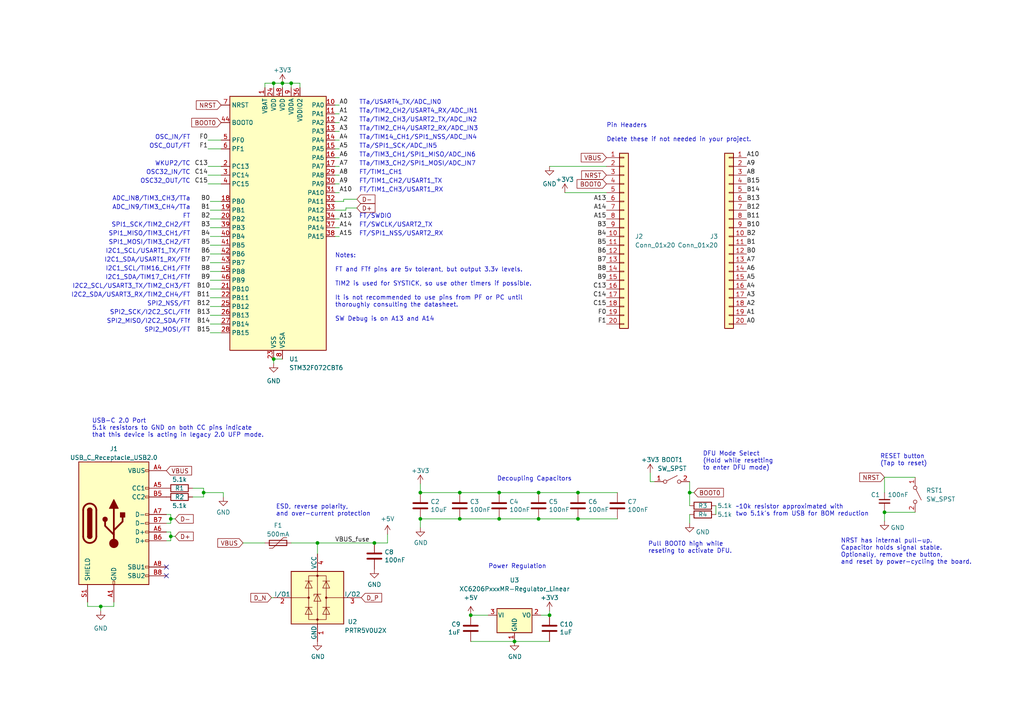
<source format=kicad_sch>
(kicad_sch (version 20230121) (generator eeschema)
  (paper "A4")
  (lib_symbols
    (symbol "+5V_1" (power) (pin_names (offset 0))
      (property "Value" "+5V_1" (at 0 3.556 0))
      (symbol "+5V_1_0_1"
        (polyline (pts (xy -0.762 1.27) (xy 0 2.54)))
        (polyline (pts (xy 0 0) (xy 0 2.54)))
        (polyline (pts (xy 0 2.54) (xy 0.762 1.27)))
      )
      (symbol "+5V_1_1_1"
        (pin power_in line (at 0 0 90) (length 0) hide (name "+5V") (number "1"))
      )
    )
    (symbol "Connector:USB_C_Receptacle_USB2.0" (pin_names (offset 1.016))
      (property "Reference" "J" (at -10.16 19.05 0))
      (property "Value" "USB_C_Receptacle_USB2.0" (at 19.05 19.05 0))
      (symbol "USB_C_Receptacle_USB2.0_0_0"
        (rectangle (start -0.254 -17.78) (end 0.254 -16.764))
        (rectangle (start 10.16 -14.986) (end 9.144 -15.494))
        (rectangle (start 10.16 -12.446) (end 9.144 -12.954))
        (rectangle (start 10.16 -4.826) (end 9.144 -5.334))
        (rectangle (start 10.16 -2.286) (end 9.144 -2.794))
        (rectangle (start 10.16 0.254) (end 9.144 -0.254))
        (rectangle (start 10.16 2.794) (end 9.144 2.286))
        (rectangle (start 10.16 7.874) (end 9.144 7.366))
        (rectangle (start 10.16 10.414) (end 9.144 9.906))
        (rectangle (start 10.16 15.494) (end 9.144 14.986))
      )
      (symbol "USB_C_Receptacle_USB2.0_0_1"
        (rectangle (start -10.16 17.78) (end 10.16 -17.78) (stroke (width 0.254)) (fill (type background)))
        (arc (start -8.89 -3.81) (mid -6.985 -5.7067) (end -5.08 -3.81) (stroke (width 0.508)))
        (arc (start -7.62 -3.81) (mid -6.985 -4.4423) (end -6.35 -3.81) (stroke (width 0.254)))
        (arc (start -7.62 -3.81) (mid -6.985 -4.4423) (end -6.35 -3.81) (stroke (width 0.254)) (fill (type outline)))
        (rectangle (start -7.62 -3.81) (end -6.35 3.81) (stroke (width 0.254)) (fill (type outline)))
        (arc (start -6.35 3.81) (mid -6.985 4.4423) (end -7.62 3.81) (stroke (width 0.254)))
        (arc (start -6.35 3.81) (mid -6.985 4.4423) (end -7.62 3.81) (stroke (width 0.254)) (fill (type outline)))
        (arc (start -5.08 3.81) (mid -6.985 5.7067) (end -8.89 3.81) (stroke (width 0.508)))
        (circle (center -2.54 1.143) (radius 0.635) (stroke (width 0.254)) (fill (type outline)))
        (circle (center 0 -5.842) (radius 1.27) (fill (type outline)))
        (polyline (pts (xy -8.89 -3.81) (xy -8.89 3.81)) (stroke (width 0.508)))
        (polyline (pts (xy -5.08 3.81) (xy -5.08 -3.81)) (stroke (width 0.508)))
        (polyline (pts (xy 0 -5.842) (xy 0 4.318)) (stroke (width 0.508)))
        (polyline (pts (xy 0 -3.302) (xy -2.54 -0.762) (xy -2.54 0.508)) (stroke (width 0.508)))
        (polyline (pts (xy 0 -2.032) (xy 2.54 0.508) (xy 2.54 1.778)) (stroke (width 0.508)))
        (polyline (pts (xy -1.27 4.318) (xy 0 6.858) (xy 1.27 4.318) (xy -1.27 4.318)) (stroke (width 0.254)) (fill (type outline)))
        (rectangle (start 1.905 1.778) (end 3.175 3.048) (stroke (width 0.254)) (fill (type outline)))
      )
      (symbol "USB_C_Receptacle_USB2.0_1_1"
        (pin passive line (at 0 -22.86 90) (length 5.08) (name "GND") (number "A1"))
        (pin passive line (at 0 -22.86 90) (length 5.08) hide (name "GND") (number "A12"))
        (pin passive line (at 15.24 15.24 180) (length 5.08) (name "VBUS") (number "A4"))
        (pin bidirectional line (at 15.24 10.16 180) (length 5.08) (name "CC1") (number "A5"))
        (pin bidirectional line (at 15.24 -2.54 180) (length 5.08) (name "D+") (number "A6"))
        (pin bidirectional line (at 15.24 2.54 180) (length 5.08) (name "D-") (number "A7"))
        (pin bidirectional line (at 15.24 -12.7 180) (length 5.08) (name "SBU1") (number "A8"))
        (pin passive line (at 15.24 15.24 180) (length 5.08) hide (name "VBUS") (number "A9"))
        (pin passive line (at 0 -22.86 90) (length 5.08) hide (name "GND") (number "B1"))
        (pin passive line (at 0 -22.86 90) (length 5.08) hide (name "GND") (number "B12"))
        (pin passive line (at 15.24 15.24 180) (length 5.08) hide (name "VBUS") (number "B4"))
        (pin bidirectional line (at 15.24 7.62 180) (length 5.08) (name "CC2") (number "B5"))
        (pin bidirectional line (at 15.24 -5.08 180) (length 5.08) (name "D+") (number "B6"))
        (pin bidirectional line (at 15.24 0 180) (length 5.08) (name "D-") (number "B7"))
        (pin bidirectional line (at 15.24 -15.24 180) (length 5.08) (name "SBU2") (number "B8"))
        (pin passive line (at 15.24 15.24 180) (length 5.08) hide (name "VBUS") (number "B9"))
        (pin passive line (at -7.62 -22.86 90) (length 5.08) (name "SHIELD") (number "S1"))
      )
    )
    (symbol "Connector_Generic:Conn_01x20" (pin_names (offset 1.016) hide)
      (property "Reference" "J" (at 0 25.4 0))
      (property "Value" "Conn_01x20" (at 0 -27.94 0))
      (symbol "Conn_01x20_1_1"
        (rectangle (start -1.27 -25.273) (end 0 -25.527) (stroke (width 0.1524)))
        (rectangle (start -1.27 -22.733) (end 0 -22.987) (stroke (width 0.1524)))
        (rectangle (start -1.27 -20.193) (end 0 -20.447) (stroke (width 0.1524)))
        (rectangle (start -1.27 -17.653) (end 0 -17.907) (stroke (width 0.1524)))
        (rectangle (start -1.27 -15.113) (end 0 -15.367) (stroke (width 0.1524)))
        (rectangle (start -1.27 -12.573) (end 0 -12.827) (stroke (width 0.1524)))
        (rectangle (start -1.27 -10.033) (end 0 -10.287) (stroke (width 0.1524)))
        (rectangle (start -1.27 -7.493) (end 0 -7.747) (stroke (width 0.1524)))
        (rectangle (start -1.27 -4.953) (end 0 -5.207) (stroke (width 0.1524)))
        (rectangle (start -1.27 -2.413) (end 0 -2.667) (stroke (width 0.1524)))
        (rectangle (start -1.27 0.127) (end 0 -0.127) (stroke (width 0.1524)))
        (rectangle (start -1.27 2.667) (end 0 2.413) (stroke (width 0.1524)))
        (rectangle (start -1.27 5.207) (end 0 4.953) (stroke (width 0.1524)))
        (rectangle (start -1.27 7.747) (end 0 7.493) (stroke (width 0.1524)))
        (rectangle (start -1.27 10.287) (end 0 10.033) (stroke (width 0.1524)))
        (rectangle (start -1.27 12.827) (end 0 12.573) (stroke (width 0.1524)))
        (rectangle (start -1.27 15.367) (end 0 15.113) (stroke (width 0.1524)))
        (rectangle (start -1.27 17.907) (end 0 17.653) (stroke (width 0.1524)))
        (rectangle (start -1.27 20.447) (end 0 20.193) (stroke (width 0.1524)))
        (rectangle (start -1.27 22.987) (end 0 22.733) (stroke (width 0.1524)))
        (rectangle (start -1.27 24.13) (end 1.27 -26.67) (stroke (width 0.254)) (fill (type background)))
        (pin passive line (at -5.08 22.86 0) (length 3.81) (name "Pin_1") (number "1"))
        (pin passive line (at -5.08 0 0) (length 3.81) (name "Pin_10") (number "10"))
        (pin passive line (at -5.08 -2.54 0) (length 3.81) (name "Pin_11") (number "11"))
        (pin passive line (at -5.08 -5.08 0) (length 3.81) (name "Pin_12") (number "12"))
        (pin passive line (at -5.08 -7.62 0) (length 3.81) (name "Pin_13") (number "13"))
        (pin passive line (at -5.08 -10.16 0) (length 3.81) (name "Pin_14") (number "14"))
        (pin passive line (at -5.08 -12.7 0) (length 3.81) (name "Pin_15") (number "15"))
        (pin passive line (at -5.08 -15.24 0) (length 3.81) (name "Pin_16") (number "16"))
        (pin passive line (at -5.08 -17.78 0) (length 3.81) (name "Pin_17") (number "17"))
        (pin passive line (at -5.08 -20.32 0) (length 3.81) (name "Pin_18") (number "18"))
        (pin passive line (at -5.08 -22.86 0) (length 3.81) (name "Pin_19") (number "19"))
        (pin passive line (at -5.08 20.32 0) (length 3.81) (name "Pin_2") (number "2"))
        (pin passive line (at -5.08 -25.4 0) (length 3.81) (name "Pin_20") (number "20"))
        (pin passive line (at -5.08 17.78 0) (length 3.81) (name "Pin_3") (number "3"))
        (pin passive line (at -5.08 15.24 0) (length 3.81) (name "Pin_4") (number "4"))
        (pin passive line (at -5.08 12.7 0) (length 3.81) (name "Pin_5") (number "5"))
        (pin passive line (at -5.08 10.16 0) (length 3.81) (name "Pin_6") (number "6"))
        (pin passive line (at -5.08 7.62 0) (length 3.81) (name "Pin_7") (number "7"))
        (pin passive line (at -5.08 5.08 0) (length 3.81) (name "Pin_8") (number "8"))
        (pin passive line (at -5.08 2.54 0) (length 3.81) (name "Pin_9") (number "9"))
      )
    )
    (symbol "Device:C" (pin_numbers hide) (pin_names (offset 0.254))
      (property "Reference" "C" (at 0.635 2.54 0))
      (property "Value" "C" (at 0.635 -2.54 0))
      (symbol "C_0_1"
        (polyline (pts (xy -2.032 -0.762) (xy 2.032 -0.762)) (stroke (width 0.508)))
        (polyline (pts (xy -2.032 0.762) (xy 2.032 0.762)) (stroke (width 0.508)))
      )
      (symbol "C_1_1"
        (pin passive line (at 0 3.81 270) (length 2.794) (name "~") (number "1"))
        (pin passive line (at 0 -3.81 90) (length 2.794) (name "~") (number "2"))
      )
    )
    (symbol "Device:C_Small" (pin_numbers hide) (pin_names (offset 0.254) hide)
      (property "Reference" "C" (at 0.254 1.778 0))
      (property "Value" "C_Small" (at 0.254 -2.032 0))
      (symbol "C_Small_0_1"
        (polyline (pts (xy -1.524 -0.508) (xy 1.524 -0.508)) (stroke (width 0.3302)))
        (polyline (pts (xy -1.524 0.508) (xy 1.524 0.508)) (stroke (width 0.3048)))
      )
      (symbol "C_Small_1_1"
        (pin passive line (at 0 2.54 270) (length 2.032) (name "~") (number "1"))
        (pin passive line (at 0 -2.54 90) (length 2.032) (name "~") (number "2"))
      )
    )
    (symbol "Device:Polyfuse" (pin_numbers hide) (pin_names (offset 0))
      (property "Reference" "F" (at -2.54 0 90))
      (property "Value" "Polyfuse" (at 2.54 0 90))
      (symbol "Polyfuse_0_1"
        (rectangle (start -0.762 2.54) (end 0.762 -2.54) (stroke (width 0.254)))
        (polyline (pts (xy 0 2.54) (xy 0 -2.54)))
        (polyline (pts (xy -1.524 2.54) (xy -1.524 1.524) (xy 1.524 -1.524) (xy 1.524 -2.54)))
      )
      (symbol "Polyfuse_1_1"
        (pin passive line (at 0 3.81 270) (length 1.27) (name "~") (number "1"))
        (pin passive line (at 0 -3.81 90) (length 1.27) (name "~") (number "2"))
      )
    )
    (symbol "Device:R" (pin_numbers hide) (pin_names (offset 0))
      (property "Reference" "R" (at 2.032 0 90))
      (property "Value" "R" (at 0 0 90))
      (symbol "R_0_1"
        (rectangle (start -1.016 -2.54) (end 1.016 2.54) (stroke (width 0.254)))
      )
      (symbol "R_1_1"
        (pin passive line (at 0 3.81 270) (length 1.27) (name "~") (number "1"))
        (pin passive line (at 0 -3.81 90) (length 1.27) (name "~") (number "2"))
      )
    )
    (symbol "MCU_ST_STM32F0:STM32F072CBTx"
      (property "Reference" "U" (at -12.7 39.37 0))
      (property "Value" "STM32F072CBTx" (at 10.16 39.37 0))
      (symbol "STM32F072CBTx_0_1"
        (rectangle (start -12.7 -35.56) (end 15.24 38.1) (stroke (width 0.254)) (fill (type background)))
      )
      (symbol "STM32F072CBTx_1_1"
        (pin power_in line (at -2.54 40.64 270) (length 2.54) (name "VBAT") (number "1"))
        (pin bidirectional line (at 17.78 35.56 180) (length 2.54) (name "PA0") (number "10"))
        (pin bidirectional line (at 17.78 33.02 180) (length 2.54) (name "PA1") (number "11"))
        (pin bidirectional line (at 17.78 30.48 180) (length 2.54) (name "PA2") (number "12"))
        (pin bidirectional line (at 17.78 27.94 180) (length 2.54) (name "PA3") (number "13"))
        (pin bidirectional line (at 17.78 25.4 180) (length 2.54) (name "PA4") (number "14"))
        (pin bidirectional line (at 17.78 22.86 180) (length 2.54) (name "PA5") (number "15"))
        (pin bidirectional line (at 17.78 20.32 180) (length 2.54) (name "PA6") (number "16"))
        (pin bidirectional line (at 17.78 17.78 180) (length 2.54) (name "PA7") (number "17"))
        (pin bidirectional line (at -15.24 7.62 0) (length 2.54) (name "PB0") (number "18"))
        (pin bidirectional line (at -15.24 5.08 0) (length 2.54) (name "PB1") (number "19"))
        (pin bidirectional line (at -15.24 17.78 0) (length 2.54) (name "PC13") (number "2"))
        (pin bidirectional line (at -15.24 2.54 0) (length 2.54) (name "PB2") (number "20"))
        (pin bidirectional line (at -15.24 -17.78 0) (length 2.54) (name "PB10") (number "21"))
        (pin bidirectional line (at -15.24 -20.32 0) (length 2.54) (name "PB11") (number "22"))
        (pin power_in line (at 0 -38.1 90) (length 2.54) (name "VSS") (number "23"))
        (pin power_in line (at 0 40.64 270) (length 2.54) (name "VDD") (number "24"))
        (pin bidirectional line (at -15.24 -22.86 0) (length 2.54) (name "PB12") (number "25"))
        (pin bidirectional line (at -15.24 -25.4 0) (length 2.54) (name "PB13") (number "26"))
        (pin bidirectional line (at -15.24 -27.94 0) (length 2.54) (name "PB14") (number "27"))
        (pin bidirectional line (at -15.24 -30.48 0) (length 2.54) (name "PB15") (number "28"))
        (pin bidirectional line (at 17.78 15.24 180) (length 2.54) (name "PA8") (number "29"))
        (pin bidirectional line (at -15.24 15.24 0) (length 2.54) (name "PC14") (number "3"))
        (pin bidirectional line (at 17.78 12.7 180) (length 2.54) (name "PA9") (number "30"))
        (pin bidirectional line (at 17.78 10.16 180) (length 2.54) (name "PA10") (number "31"))
        (pin bidirectional line (at 17.78 7.62 180) (length 2.54) (name "PA11") (number "32"))
        (pin bidirectional line (at 17.78 5.08 180) (length 2.54) (name "PA12") (number "33"))
        (pin bidirectional line (at 17.78 2.54 180) (length 2.54) (name "PA13") (number "34"))
        (pin passive line (at 0 -38.1 90) (length 2.54) hide (name "VSS") (number "35"))
        (pin power_in line (at 7.62 40.64 270) (length 2.54) (name "VDDIO2") (number "36"))
        (pin bidirectional line (at 17.78 0 180) (length 2.54) (name "PA14") (number "37"))
        (pin bidirectional line (at 17.78 -2.54 180) (length 2.54) (name "PA15") (number "38"))
        (pin bidirectional line (at -15.24 0 0) (length 2.54) (name "PB3") (number "39"))
        (pin bidirectional line (at -15.24 12.7 0) (length 2.54) (name "PC15") (number "4"))
        (pin bidirectional line (at -15.24 -2.54 0) (length 2.54) (name "PB4") (number "40"))
        (pin bidirectional line (at -15.24 -5.08 0) (length 2.54) (name "PB5") (number "41"))
        (pin bidirectional line (at -15.24 -7.62 0) (length 2.54) (name "PB6") (number "42"))
        (pin bidirectional line (at -15.24 -10.16 0) (length 2.54) (name "PB7") (number "43"))
        (pin input line (at -15.24 30.48 0) (length 2.54) (name "BOOT0") (number "44"))
        (pin bidirectional line (at -15.24 -12.7 0) (length 2.54) (name "PB8") (number "45"))
        (pin bidirectional line (at -15.24 -15.24 0) (length 2.54) (name "PB9") (number "46"))
        (pin passive line (at 0 -38.1 90) (length 2.54) hide (name "VSS") (number "47"))
        (pin power_in line (at 2.54 40.64 270) (length 2.54) (name "VDD") (number "48"))
        (pin bidirectional line (at -15.24 25.4 0) (length 2.54) (name "PF0") (number "5"))
        (pin bidirectional line (at -15.24 22.86 0) (length 2.54) (name "PF1") (number "6"))
        (pin input line (at -15.24 35.56 0) (length 2.54) (name "NRST") (number "7"))
        (pin power_in line (at 2.54 -38.1 90) (length 2.54) (name "VSSA") (number "8"))
        (pin power_in line (at 5.08 40.64 270) (length 2.54) (name "VDDA") (number "9"))
      )
    )
    (symbol "Power_Protection:PRTR5V0U2X" (pin_names (offset 0))
      (property "Reference" "D" (at 2.794 8.636 0))
      (property "Value" "PRTR5V0U2X" (at 8.128 -9.398 0))
      (symbol "PRTR5V0U2X_0_1"
        (rectangle (start -7.62 -7.62) (end 7.62 7.62) (stroke (width 0.254)) (fill (type background)))
        (circle (center -2.54 0) (radius 0.254) (fill (type outline)))
        (rectangle (start -2.54 6.35) (end 2.54 -6.35))
        (circle (center 0 -6.35) (radius 0.254) (fill (type outline)))
        (polyline (pts (xy -2.54 0) (xy -7.62 0)))
        (polyline (pts (xy -1.524 -2.794) (xy -3.556 -2.794)))
        (polyline (pts (xy -1.524 4.826) (xy -3.556 4.826)))
        (polyline (pts (xy 0 -7.62) (xy 0 7.62)))
        (polyline (pts (xy 1.524 -2.794) (xy 3.556 -2.794)))
        (polyline (pts (xy 1.524 4.826) (xy 3.556 4.826)))
        (polyline (pts (xy 2.54 0) (xy 7.62 0)))
        (polyline (pts (xy 1.016 1.016) (xy -1.016 1.016) (xy -1.016 0.508)))
        (polyline (pts (xy -3.556 -4.826) (xy -1.524 -4.826) (xy -2.54 -2.794) (xy -3.556 -4.826)))
        (polyline (pts (xy -3.556 2.794) (xy -1.524 2.794) (xy -2.54 4.826) (xy -3.556 2.794)))
        (polyline (pts (xy -1.016 -1.016) (xy 1.016 -1.016) (xy 0 1.016) (xy -1.016 -1.016)))
        (polyline (pts (xy 3.556 -4.826) (xy 1.524 -4.826) (xy 2.54 -2.794) (xy 3.556 -4.826)))
        (polyline (pts (xy 3.556 2.794) (xy 1.524 2.794) (xy 2.54 4.826) (xy 3.556 2.794)))
        (circle (center 0 6.35) (radius 0.254) (fill (type outline)))
        (circle (center 2.54 0) (radius 0.254) (fill (type outline)))
      )
      (symbol "PRTR5V0U2X_1_1"
        (pin passive line (at 0 -12.7 90) (length 5.08) (name "GND") (number "1"))
        (pin passive line (at -12.7 0 0) (length 5.08) (name "I/O1") (number "2"))
        (pin passive line (at 12.7 0 180) (length 5.08) (name "I/O2") (number "3"))
        (pin passive line (at 0 12.7 270) (length 5.08) (name "VCC") (number "4"))
      )
    )
    (symbol "Switch:SW_SPST" (pin_names (offset 0) hide)
      (property "Reference" "SW" (at 0 3.175 0))
      (property "Value" "SW_SPST" (at 0 -2.54 0))
      (symbol "SW_SPST_0_0"
        (circle (center -2.032 0) (radius 0.508))
        (polyline (pts (xy -1.524 0.254) (xy 1.524 1.778)))
        (circle (center 2.032 0) (radius 0.508))
      )
      (symbol "SW_SPST_1_1"
        (pin passive line (at -5.08 0 0) (length 2.54) (name "A") (number "1"))
        (pin passive line (at 5.08 0 180) (length 2.54) (name "B") (number "2"))
      )
    )
    (symbol "kicad-keyboard-parts:XC6206PxxxMR-Regulator_Linear" (pin_names (offset 0.254))
      (property "Reference" "U" (at -3.81 3.175 0))
      (property "Value" "XC6206PxxxMR-Regulator_Linear" (at 0 3.175 0))
      (property "LCSC" "C5446" (at 0 0 0))
      (symbol "XC6206PxxxMR-Regulator_Linear_0_1"
        (rectangle (start -5.08 1.905) (end 5.08 -5.08) (stroke (width 0.254)) (fill (type background)))
      )
      (symbol "XC6206PxxxMR-Regulator_Linear_1_1"
        (pin power_in line (at 0 -7.62 90) (length 2.54) (name "GND") (number "1"))
        (pin power_out line (at 7.62 0 180) (length 2.54) (name "VO") (number "2"))
        (pin power_in line (at -7.62 0 0) (length 2.54) (name "VI") (number "3"))
      )
    )
    (symbol "power:+3V3" (power) (pin_names (offset 0))
      (property "Value" "+3V3" (at 0 3.556 0))
      (symbol "+3V3_0_1"
        (polyline (pts (xy -0.762 1.27) (xy 0 2.54)))
        (polyline (pts (xy 0 0) (xy 0 2.54)))
        (polyline (pts (xy 0 2.54) (xy 0.762 1.27)))
      )
      (symbol "+3V3_1_1"
        (pin power_in line (at 0 0 90) (length 0) hide (name "+3V3") (number "1"))
      )
    )
    (symbol "power:+5V" (power) (pin_names (offset 0))
      (property "Value" "+5V" (at 0 3.556 0))
      (symbol "+5V_0_1"
        (polyline (pts (xy -0.762 1.27) (xy 0 2.54)))
        (polyline (pts (xy 0 0) (xy 0 2.54)))
        (polyline (pts (xy 0 2.54) (xy 0.762 1.27)))
      )
      (symbol "+5V_1_1"
        (pin power_in line (at 0 0 90) (length 0) hide (name "+5V") (number "1"))
      )
    )
    (symbol "power:GND" (power) (pin_names (offset 0))
      (property "Value" "GND" (at 0 -3.81 0))
      (symbol "GND_0_1"
        (polyline (pts (xy 0 0) (xy 0 -1.27) (xy 1.27 -1.27) (xy 0 -2.54) (xy -1.27 -1.27) (xy 0 -1.27)))
      )
      (symbol "GND_1_1"
        (pin power_in line (at 0 0 270) (length 0) hide (name "GND") (number "1"))
      )
    )
  )
  (junction (at 200.025 142.875))
  (junction (at 81.915 24.13))
  (junction (at 159.385 178.435))
  (junction (at 59.055 142.875))
  (junction (at 79.375 24.13))
  (junction (at 156.21 150.495))
  (junction (at 136.525 178.435))
  (junction (at 156.21 142.875))
  (junction (at 121.92 150.495))
  (junction (at 149.225 186.055) (diameter 0.9144))
  (junction (at 256.54 148.59))
  (junction (at 121.92 142.875))
  (junction (at 79.375 104.14))
  (junction (at 144.78 150.495))
  (junction (at 133.35 150.495))
  (junction (at 167.64 150.495))
  (junction (at 167.64 142.875))
  (junction (at 92.075 157.48))
  (junction (at 144.78 142.875))
  (junction (at 108.585 157.48))
  (junction (at 49.53 155.575))
  (junction (at 29.21 175.895))
  (junction (at 49.53 150.495))
  (junction (at 133.35 142.875))
  (junction (at 84.455 24.13))
  (no_connect (at 48.26 167.005))
  (no_connect (at 48.26 164.465))
  (wire (pts (xy 167.64 150.495) (xy 179.07 150.495)))
  (wire (pts (xy 78.74 173.355) (xy 79.375 173.355)))
  (wire (pts (xy 48.26 156.845) (xy 49.53 156.845)))
  (wire (pts (xy 60.96 76.2) (xy 64.135 76.2)))
  (wire (pts (xy 98.425 40.64) (xy 97.155 40.64)))
  (wire (pts (xy 163.83 55.88) (xy 175.895 55.88)))
  (wire (pts (xy 29.21 175.895) (xy 33.02 175.895)))
  (wire (pts (xy 60.96 60.96) (xy 64.135 60.96)))
  (wire (pts (xy 86.995 24.13) (xy 86.995 25.4)))
  (wire (pts (xy 48.26 149.225) (xy 49.53 149.225)))
  (wire (pts (xy 98.425 53.34) (xy 97.155 53.34)))
  (wire (pts (xy 59.055 144.145) (xy 59.055 142.875)))
  (wire (pts (xy 144.78 150.495) (xy 133.35 150.495)))
  (wire (pts (xy 55.88 144.145) (xy 59.055 144.145)))
  (wire (pts (xy 98.425 48.26) (xy 97.155 48.26)))
  (wire (pts (xy 49.53 150.495) (xy 49.53 151.765)))
  (wire (pts (xy 59.055 142.875) (xy 59.055 141.605)))
  (wire (pts (xy 189.865 139.7) (xy 188.595 139.7)))
  (wire (pts (xy 29.21 177.165) (xy 29.21 175.895)))
  (wire (pts (xy 84.455 24.13) (xy 84.455 25.4)))
  (wire (pts (xy 98.425 35.56) (xy 97.155 35.56)))
  (wire (pts (xy 59.055 142.875) (xy 64.77 142.875)))
  (wire (pts (xy 144.78 142.875) (xy 133.35 142.875)))
  (wire (pts (xy 60.96 63.5) (xy 64.135 63.5)))
  (wire (pts (xy 84.455 24.13) (xy 86.995 24.13)))
  (wire (pts (xy 200.025 142.875) (xy 201.295 142.875)))
  (wire (pts (xy 60.96 78.74) (xy 64.135 78.74)))
  (wire (pts (xy 79.375 24.13) (xy 79.375 25.4)))
  (wire (pts (xy 55.88 141.605) (xy 59.055 141.605)))
  (wire (pts (xy 149.225 186.055) (xy 159.385 186.055)))
  (wire (pts (xy 60.96 93.98) (xy 64.135 93.98)))
  (wire (pts (xy 79.375 105.41) (xy 79.375 104.14)))
  (wire (pts (xy 60.96 83.82) (xy 64.135 83.82)))
  (wire (pts (xy 159.385 48.26) (xy 175.895 48.26)))
  (wire (pts (xy 98.425 38.1) (xy 97.155 38.1)))
  (wire (pts (xy 256.54 151.13) (xy 256.54 148.59)))
  (wire (pts (xy 60.96 73.66) (xy 64.135 73.66)))
  (wire (pts (xy 136.525 178.435) (xy 141.605 178.435)))
  (wire (pts (xy 207.645 146.685) (xy 207.645 149.225)))
  (wire (pts (xy 156.21 142.875) (xy 167.64 142.875)))
  (wire (pts (xy 98.425 63.5) (xy 97.155 63.5)))
  (wire (pts (xy 60.96 71.12) (xy 64.135 71.12)))
  (wire (pts (xy 108.585 157.48) (xy 112.395 157.48)))
  (wire (pts (xy 188.595 139.7) (xy 188.595 137.16)))
  (wire (pts (xy 100.33 60.325) (xy 100.33 60.96)))
  (wire (pts (xy 60.96 66.04) (xy 64.135 66.04)))
  (wire (pts (xy 76.835 24.13) (xy 76.835 25.4)))
  (wire (pts (xy 98.425 43.18) (xy 97.155 43.18)))
  (wire (pts (xy 60.96 91.44) (xy 64.135 91.44)))
  (wire (pts (xy 256.54 138.43) (xy 265.43 138.43)))
  (wire (pts (xy 156.845 178.435) (xy 159.385 178.435)))
  (wire (pts (xy 144.78 142.875) (xy 156.21 142.875)))
  (wire (pts (xy 98.425 45.72) (xy 97.155 45.72)))
  (wire (pts (xy 200.025 139.7) (xy 200.025 142.875)))
  (wire (pts (xy 84.455 24.13) (xy 81.915 24.13)))
  (wire (pts (xy 60.96 58.42) (xy 64.135 58.42)))
  (wire (pts (xy 256.54 138.43) (xy 256.54 142.875)))
  (wire (pts (xy 98.425 55.88) (xy 97.155 55.88)))
  (wire (pts (xy 60.96 86.36) (xy 64.135 86.36)))
  (wire (pts (xy 70.485 157.48) (xy 76.835 157.48)))
  (wire (pts (xy 100.33 60.96) (xy 97.155 60.96)))
  (wire (pts (xy 121.92 153.035) (xy 121.92 150.495)))
  (wire (pts (xy 49.53 156.845) (xy 49.53 155.575)))
  (wire (pts (xy 60.325 48.26) (xy 64.135 48.26)))
  (wire (pts (xy 60.325 50.8) (xy 64.135 50.8)))
  (wire (pts (xy 48.26 154.305) (xy 49.53 154.305)))
  (wire (pts (xy 84.455 157.48) (xy 92.075 157.48)))
  (wire (pts (xy 79.375 104.14) (xy 81.915 104.14)))
  (wire (pts (xy 167.64 142.875) (xy 179.07 142.875)))
  (wire (pts (xy 121.92 140.335) (xy 121.92 142.875)))
  (wire (pts (xy 60.96 96.52) (xy 64.135 96.52)))
  (wire (pts (xy 256.54 148.59) (xy 256.54 147.955)))
  (wire (pts (xy 49.53 150.495) (xy 50.8 150.495)))
  (wire (pts (xy 79.375 24.13) (xy 81.915 24.13)))
  (wire (pts (xy 256.54 148.59) (xy 265.43 148.59)))
  (wire (pts (xy 200.025 149.225) (xy 200.025 151.765)))
  (wire (pts (xy 60.325 40.64) (xy 64.135 40.64)))
  (wire (pts (xy 60.96 88.9) (xy 64.135 88.9)))
  (wire (pts (xy 60.96 81.28) (xy 64.135 81.28)))
  (wire (pts (xy 25.4 175.895) (xy 29.21 175.895)))
  (wire (pts (xy 112.395 154.94) (xy 112.395 157.48)))
  (wire (pts (xy 76.835 24.13) (xy 79.375 24.13)))
  (wire (pts (xy 60.96 68.58) (xy 64.135 68.58)))
  (wire (pts (xy 200.025 142.875) (xy 200.025 146.685)))
  (wire (pts (xy 48.26 151.765) (xy 49.53 151.765)))
  (wire (pts (xy 99.695 57.785) (xy 99.695 58.42)))
  (wire (pts (xy 25.4 174.625) (xy 25.4 175.895)))
  (wire (pts (xy 103.505 60.325) (xy 100.33 60.325)))
  (wire (pts (xy 49.53 154.305) (xy 49.53 155.575)))
  (wire (pts (xy 98.425 50.8) (xy 97.155 50.8)))
  (wire (pts (xy 98.425 33.02) (xy 97.155 33.02)))
  (wire (pts (xy 98.425 66.04) (xy 97.155 66.04)))
  (wire (pts (xy 49.53 155.575) (xy 50.8 155.575)))
  (wire (pts (xy 133.35 150.495) (xy 121.92 150.495)))
  (wire (pts (xy 159.385 177.165) (xy 159.385 178.435)))
  (wire (pts (xy 64.77 142.875) (xy 64.77 144.145)))
  (wire (pts (xy 33.02 175.895) (xy 33.02 174.625)))
  (wire (pts (xy 99.695 58.42) (xy 97.155 58.42)))
  (wire (pts (xy 92.075 157.48) (xy 92.075 160.655)))
  (wire (pts (xy 60.325 43.18) (xy 64.135 43.18)))
  (wire (pts (xy 103.505 57.785) (xy 99.695 57.785)))
  (wire (pts (xy 149.225 186.055) (xy 136.525 186.055)))
  (wire (pts (xy 92.075 157.48) (xy 108.585 157.48)))
  (wire (pts (xy 98.425 30.48) (xy 97.155 30.48)))
  (wire (pts (xy 98.425 68.58) (xy 97.155 68.58)))
  (wire (pts (xy 81.915 24.13) (xy 81.915 25.4)))
  (wire (pts (xy 133.35 142.875) (xy 121.92 142.875)))
  (wire (pts (xy 49.53 149.225) (xy 49.53 150.495)))
  (wire (pts (xy 144.78 150.495) (xy 156.21 150.495)))
  (wire (pts (xy 156.21 150.495) (xy 167.64 150.495)))
  (wire (pts (xy 60.325 53.34) (xy 64.135 53.34)))
  (text "SPI1_SCK/TIM2_CH2/FT" (at 55.245 66.04 0) (effects (font (size 1.27 1.27)) (justify right bottom)))
  (text "Pin Headers\n\nDelete these if not needed in your project." (at 175.895 41.275 0) (effects (font (size 1.27 1.27)) (justify left bottom)))
  (text "FT/TIM1_CH1" (at 104.14 50.8 0) (effects (font (size 1.27 1.27)) (justify left bottom)))
  (text "FT/TIM1_CH3/USART1_RX" (at 104.14 55.88 0) (effects (font (size 1.27 1.27)) (justify left bottom)))
  (text "SPI2_NSS/FT" (at 55.245 88.9 0) (effects (font (size 1.27 1.27)) (justify right bottom)))
  (text "Notes:\n\nFT and FTf pins are 5v tolerant, but output 3.3v levels.\n\nTIM2 is used for SYSTICK, so use other timers if possible.\n\nIt is not recommended to use pins from PF or PC until\nthoroughly consulting the datasheet.\n\nSW Debug is on A13 and A14" (at 97.155 93.345 0) (effects (font (size 1.27 1.27)) (justify left bottom)))
  (text "TTa/TIM2_CH4/USART2_RX/ADC_IN3" (at 104.14 38.1 0) (effects (font (size 1.27 1.27)) (justify left bottom)))
  (text "NRST has internal pull-up.\nCapacitor holds signal stable.\nOptionally, remove the button,\nand reset by power-cycling the board." (at 243.84 163.83 0) (effects (font (size 1.27 1.27)) (justify left bottom)))
  (text "FT/SWDIO" (at 104.14 63.5 0) (effects (font (size 1.27 1.27)) (justify left bottom)))
  (text "Decoupling Capacitors" (at 144.145 139.7 0) (effects (font (size 1.27 1.27)) (justify left bottom)))
  (text "SPI1_MOSI/TIM3_CH2/FT" (at 55.245 71.12 0) (effects (font (size 1.27 1.27)) (justify right bottom)))
  (text "ADC_IN9/TIM3_CH4/TTa" (at 55.245 60.96 0) (effects (font (size 1.27 1.27)) (justify right bottom)))
  (text "I2C2_SCL/USART3_TX/TIM2_CH3/FT" (at 55.245 83.82 0) (effects (font (size 1.27 1.27)) (justify right bottom)))
  (text "SPI2_MISO/I2C2_SDA/FTf" (at 55.245 93.98 0) (effects (font (size 1.27 1.27)) (justify right bottom)))
  (text "FT/SWCLK/USART2_TX" (at 104.14 66.04 0) (effects (font (size 1.27 1.27)) (justify left bottom)))
  (text "I2C1_SCL/TIM16_CH1/FTf" (at 55.245 78.74 0) (effects (font (size 1.27 1.27)) (justify right bottom)))
  (text "~10k resistor approximated with\ntwo 5.1k's from USB for BOM reduction" (at 213.36 149.86 0) (effects (font (size 1.27 1.27)) (justify left bottom)))
  (text "TTa/TIM2_CH2/USART4_RX/ADC_IN1" (at 104.14 33.02 0) (effects (font (size 1.27 1.27)) (justify left bottom)))
  (text "USB-C 2.0 Port\n5.1k resistors to GND on both CC pins indicate\nthat this device is acting in legacy 2.0 UFP mode." (at 26.67 127 0) (effects (font (size 1.27 1.27)) (justify left bottom)))
  (text "TTa/TIM2_CH3/USART2_TX/ADC_IN2" (at 104.14 35.56 0) (effects (font (size 1.27 1.27)) (justify left bottom)))
  (text "OSC_IN/FT" (at 55.245 40.64 0) (effects (font (size 1.27 1.27)) (justify right bottom)))
  (text "DFU Mode Select\n(Hold while resetting\nto enter DFU mode)" (at 203.835 136.525 0) (effects (font (size 1.27 1.27)) (justify left bottom)))
  (text "WKUP2/TC" (at 55.245 48.26 0) (effects (font (size 1.27 1.27)) (justify right bottom)))
  (text "I2C2_SDA/USART3_RX/TIM2_CH4/FT" (at 55.245 86.36 0) (effects (font (size 1.27 1.27)) (justify right bottom)))
  (text "ADC_IN8/TIM3_CH3/TTa" (at 55.245 58.42 0) (effects (font (size 1.27 1.27)) (justify right bottom)))
  (text "RESET button\n(Tap to reset)" (at 255.27 135.255 0) (effects (font (size 1.27 1.27)) (justify left bottom)))
  (text "Pull BOOT0 high while \nreseting to activate DFU." (at 187.96 160.655 0) (effects (font (size 1.27 1.27)) (justify left bottom)))
  (text "I2C1_SDA/TIM17_CH1/FTf" (at 55.245 81.28 0) (effects (font (size 1.27 1.27)) (justify right bottom)))
  (text "TTa/SPI1_SCK/ADC_IN5" (at 104.14 43.18 0) (effects (font (size 1.27 1.27)) (justify left bottom)))
  (text "TTa/TIM3_CH1/SPI1_MISO/ADC_IN6" (at 104.14 45.72 0) (effects (font (size 1.27 1.27)) (justify left bottom)))
  (text "TTa/TIM3_CH2/SPI1_MOSI/ADC_IN7" (at 104.14 48.26 0) (effects (font (size 1.27 1.27)) (justify left bottom)))
  (text "OSC32_OUT/TC" (at 55.245 53.34 0) (effects (font (size 1.27 1.27)) (justify right bottom)))
  (text "FT/SPI1_NSS/USART2_RX" (at 104.14 68.58 0) (effects (font (size 1.27 1.27)) (justify left bottom)))
  (text "SPI1_MISO/TIM3_CH1/FT" (at 55.245 68.58 0) (effects (font (size 1.27 1.27)) (justify right bottom)))
  (text "OSC32_IN/TC" (at 55.245 50.8 0) (effects (font (size 1.27 1.27)) (justify right bottom)))
  (text "TTa/TIM14_CH1/SPI1_NSS/ADC_IN4" (at 104.14 40.64 0) (effects (font (size 1.27 1.27)) (justify left bottom)))
  (text "I2C1_SDA/USART1_RX/FTf" (at 55.245 76.2 0) (effects (font (size 1.27 1.27)) (justify right bottom)))
  (text "SPI2_MOSI/FT" (at 55.245 96.52 0) (effects (font (size 1.27 1.27)) (justify right bottom)))
  (text "FT/TIM1_CH2/USART1_TX" (at 104.14 53.34 0) (effects (font (size 1.27 1.27)) (justify left bottom)))
  (text "Power Regulation" (at 141.605 165.1 0) (effects (font (size 1.27 1.27)) (justify left bottom)))
  (text "SPI2_SCK/I2C2_SCL/FTf" (at 55.245 91.44 0) (effects (font (size 1.27 1.27)) (justify right bottom)))
  (text "OSC_OUT/FT" (at 55.245 43.18 0) (effects (font (size 1.27 1.27)) (justify right bottom)))
  (text "ESD, reverse polarity,\nand over-current protection" (at 80.01 149.86 0) (effects (font (size 1.27 1.27)) (justify left bottom)))
  (text "FT" (at 55.245 63.5 0) (effects (font (size 1.27 1.27)) (justify right bottom)))
  (text "TTa/USART4_TX/ADC_IN0" (at 104.14 30.48 0) (effects (font (size 1.27 1.27)) (justify left bottom)))
  (text "I2C1_SCL/USART1_TX/FTf" (at 55.245 73.66 0) (effects (font (size 1.27 1.27)) (justify right bottom)))
  (label "A1" (at 98.425 33.02 0))
  (label "B8" (at 175.895 78.74 180))
  (label "A3" (at 98.425 38.1 0))
  (label "A13" (at 98.425 63.5 0))
  (label "A10" (at 98.425 55.88 0))
  (label "A2" (at 216.535 88.9 0))
  (label "B9" (at 175.895 81.28 180))
  (label "F0" (at 175.895 91.44 180))
  (label "A13" (at 175.895 58.42 180))
  (label "B0" (at 216.535 73.66 0))
  (label "A9" (at 216.535 48.26 0))
  (label "B7" (at 60.96 76.2 180))
  (label "A5" (at 216.535 81.28 0))
  (label "B13" (at 60.96 91.44 180))
  (label "C15" (at 175.895 88.9 180))
  (label "A6" (at 98.425 45.72 0))
  (label "B1" (at 60.96 60.96 180))
  (label "B9" (at 60.96 81.28 180))
  (label "B5" (at 60.96 71.12 180))
  (label "B13" (at 216.535 58.42 0))
  (label "B14" (at 216.535 55.88 0))
  (label "A1" (at 216.535 91.44 0))
  (label "B14" (at 60.96 93.98 180))
  (label "A8" (at 98.425 50.8 0))
  (label "A6" (at 216.535 78.74 0))
  (label "A7" (at 216.535 76.2 0))
  (label "B0" (at 60.96 58.42 180))
  (label "A9" (at 98.425 53.34 0))
  (label "VBUS_fuse" (at 97.155 157.48 0))
  (label "B4" (at 175.895 68.58 180))
  (label "B11" (at 216.535 63.5 0))
  (label "A2" (at 98.425 35.56 0))
  (label "B6" (at 175.895 73.66 180))
  (label "B8" (at 60.96 78.74 180))
  (label "B7" (at 175.895 76.2 180))
  (label "A4" (at 98.425 40.64 0))
  (label "B12" (at 60.96 88.9 180))
  (label "A14" (at 175.895 60.96 180))
  (label "B4" (at 60.96 68.58 180))
  (label "B5" (at 175.895 71.12 180))
  (label "B3" (at 175.895 66.04 180))
  (label "C14" (at 60.325 50.8 180))
  (label "B6" (at 60.96 73.66 180))
  (label "B15" (at 216.535 53.34 0))
  (label "A8" (at 216.535 50.8 0))
  (label "C14" (at 175.895 86.36 180))
  (label "C13" (at 175.895 83.82 180))
  (label "A15" (at 175.895 63.5 180))
  (label "B15" (at 60.96 96.52 180))
  (label "A14" (at 98.425 66.04 0))
  (label "F1" (at 175.895 93.98 180))
  (label "A4" (at 216.535 83.82 0))
  (label "B10" (at 60.96 83.82 180))
  (label "B11" (at 60.96 86.36 180))
  (label "A3" (at 216.535 86.36 0))
  (label "A0" (at 216.535 93.98 0))
  (label "B12" (at 216.535 60.96 0))
  (label "C15" (at 60.325 53.34 180))
  (label "B3" (at 60.96 66.04 180))
  (label "B1" (at 216.535 71.12 0))
  (label "A0" (at 98.425 30.48 0))
  (label "B2" (at 60.96 63.5 180))
  (label "F1" (at 60.325 43.18 180))
  (label "A5" (at 98.425 43.18 0))
  (label "A7" (at 98.425 48.26 0))
  (label "A10" (at 216.535 45.72 0))
  (label "C13" (at 60.325 48.26 180))
  (label "F0" (at 60.325 40.64 180))
  (label "B10" (at 216.535 66.04 0))
  (label "A15" (at 98.425 68.58 0))
  (label "B2" (at 216.535 68.58 0))
  (global_label "NRST" (shape input) (at 175.895 50.8 180) (property "Intersheetrefs" "${INTERSHEET_REFS}" (effects hide)))
  (global_label "D_P" (shape input) (at 104.775 173.355 0) (property "Intersheetrefs" "${INTERSHEET_REFS}" (effects hide)))
  (global_label "VBUS" (shape input) (at 70.485 157.48 180) (property "Intersheetrefs" "${INTERSHEET_REFS}" (effects hide)))
  (global_label "D-" (shape input) (at 103.505 57.785 0) (property "Intersheetrefs" "${INTERSHEET_REFS}" (effects hide)))
  (global_label "VBUS" (shape input) (at 175.895 45.72 180) (property "Intersheetrefs" "${INTERSHEET_REFS}" (effects hide)))
  (global_label "BOOT0" (shape input) (at 64.135 35.56 180) (property "Intersheetrefs" "${INTERSHEET_REFS}" (effects hide)))
  (global_label "D+" (shape input) (at 103.505 60.325 0) (property "Intersheetrefs" "${INTERSHEET_REFS}" (effects hide)))
  (global_label "BOOT0" (shape input) (at 175.895 53.34 180) (property "Intersheetrefs" "${INTERSHEET_REFS}" (effects hide)))
  (global_label "D-" (shape input) (at 50.8 150.495 0) (property "Intersheetrefs" "${INTERSHEET_REFS}" (effects hide)))
  (global_label "NRST" (shape input) (at 256.54 138.43 180) (property "Intersheetrefs" "${INTERSHEET_REFS}" (effects hide)))
  (global_label "NRST" (shape input) (at 64.135 30.48 180) (property "Intersheetrefs" "${INTERSHEET_REFS}" (effects hide)))
  (global_label "BOOT0" (shape input) (at 201.295 142.875 0) (property "Intersheetrefs" "${INTERSHEET_REFS}" (effects hide)))
  (global_label "D+" (shape input) (at 50.8 155.575 0) (property "Intersheetrefs" "${INTERSHEET_REFS}" (effects hide)))
  (global_label "VBUS" (shape input) (at 48.26 136.525 0) (property "Intersheetrefs" "${INTERSHEET_REFS}" (effects hide)))
  (global_label "D_N" (shape input) (at 78.74 173.355 180) (property "Intersheetrefs" "${INTERSHEET_REFS}" (effects hide)))
  (symbol (lib_id "Connector:USB_C_Receptacle_USB2.0") (at 33.02 151.765 0) (unit 1)
    (property "Reference" "J1" (at 33.02 130.175 0))
    (property "Value" "USB_C_Receptacle_USB2.0" (at 33.02 132.715 0))
    (property "Footprint" "Connector_USB:USB_C_Receptacle_HRO_TYPE-C-31-M-12" (effects hide))
    (property "Datasheet" "https://www.usb.org/sites/default/files/documents/usb_type-c.zip" (effects hide))
    (property "JlcRotOffset" "180" (effects hide))
    (property "JlcPosOffset" "0,1.5" (effects hide))
  )
  (symbol (lib_id "power:+3V3") (at 81.915 24.13 0) (unit 1)
    (property "Reference" "#PWR01" (effects hide))
    (property "Value" "+3V3" (at 81.915 20.32 0))
  )
  (symbol (lib_id "Device:R") (at 203.835 146.685 90) (unit 1)
    (property "Reference" "R3" (at 203.835 146.685 90))
    (property "Value" "5.1k" (at 210.185 146.685 90))
    (property "Footprint" "Resistor_SMD:R_0402_1005Metric" (effects hide))
  )
  (symbol (lib_id "Device:C") (at 108.585 161.29 0) (unit 1)
    (property "Reference" "C8" (at 111.506 160.1216 0) (effects (justify left)))
    (property "Value" "100nF" (at 111.506 162.433 0) (effects (justify left)))
    (property "Footprint" "Capacitor_SMD:C_0402_1005Metric" (effects hide))
    (property "LCSC" "C307331" (effects hide))
  )
  (symbol (lib_id "Device:Polyfuse") (at 80.645 157.48 90) (unit 1)
    (property "Reference" "F1" (at 80.645 152.4 90))
    (property "Value" "500mA" (at 80.645 154.94 90))
    (property "Footprint" "Fuse:Fuse_1206_3216Metric" (effects hide))
    (property "LCSC" "C135341" (effects hide))
  )
  (symbol (lib_id "power:GND") (at 79.375 105.41 0) (unit 1)
    (property "Reference" "#PWR02" (effects hide))
    (property "Value" "GND" (at 79.375 110.49 0))
  )
  (symbol (lib_id "power:GND") (at 64.77 144.145 0) (unit 1)
    (property "Reference" "#PWR05" (effects hide))
    (property "Value" "GND" (at 64.77 148.59 0))
  )
  (symbol (lib_id "power:GND") (at 121.92 153.035 0) (unit 1)
    (property "Reference" "#PWR08" (effects hide))
    (property "Value" "GND" (at 122.047 157.4292 0))
  )
  (symbol (lib_id "MCU_ST_STM32F0:STM32F072CBTx") (at 79.375 66.04 0) (unit 1)
    (property "Reference" "U1" (at 83.8709 104.14 0) (effects (justify left)))
    (property "Value" "STM32F072CBT6" (at 83.8709 106.68 0) (effects (justify left)))
    (property "Footprint" "Package_QFP:LQFP-48_7x7mm_P0.5mm" (effects hide))
    (property "Datasheet" "https://www.st.com/resource/en/datasheet/stm32f072cb.pdf" (effects hide))
    (property "JlcRotOffset" "90" (effects hide))
  )
  (symbol (lib_id "Connector_Generic:Conn_01x20") (at 180.975 68.58 0) (unit 1)
    (property "Reference" "J2" (at 184.15 68.58 0) (effects (justify left)))
    (property "Value" "Conn_01x20" (at 184.15 71.12 0) (effects (justify left)))
    (property "Footprint" "Connector_PinHeader_2.54mm:PinHeader_1x20_P2.54mm_Vertical" (effects hide))
  )
  (symbol (lib_id "Device:C") (at 167.64 146.685 0) (unit 1)
    (property "Reference" "C6" (at 170.561 145.5166 0) (effects (justify left)))
    (property "Value" "100nF" (at 170.561 147.828 0) (effects (justify left)))
    (property "Footprint" "Capacitor_SMD:C_0402_1005Metric" (effects hide))
    (property "LCSC" "C307331" (effects hide))
  )
  (symbol (lib_id "power:GND") (at 159.385 48.26 0) (unit 1)
    (property "Reference" "#PWR017" (effects hide))
    (property "Value" "GND" (at 159.385 53.34 0))
  )
  (symbol (lib_id "power:+3V3") (at 121.92 140.335 0) (unit 1)
    (property "Reference" "#PWR04" (effects hide))
    (property "Value" "+3V3" (at 121.92 136.525 0))
  )
  (symbol (lib_id "power:GND") (at 29.21 177.165 0) (unit 1)
    (property "Reference" "#PWR011" (effects hide))
    (property "Value" "GND" (at 29.21 182.245 0))
  )
  (symbol (lib_id "Device:C") (at 159.385 182.245 0) (unit 1)
    (property "Reference" "C10" (at 162.306 181.0766 0) (effects (justify left)))
    (property "Value" "1uF" (at 162.306 183.388 0) (effects (justify left)))
    (property "Footprint" "Capacitor_SMD:C_0402_1005Metric" (effects hide))
    (property "LCSC" "C307331" (effects hide))
  )
  (symbol (lib_id "kicad-keyboard-parts:XC6206PxxxMR-Regulator_Linear") (at 149.225 178.435 0) (unit 1)
    (property "Reference" "U3" (at 149.225 168.275 0))
    (property "Value" "XC6206PxxxMR-Regulator_Linear" (at 149.225 170.815 0))
    (property "Footprint" "Package_TO_SOT_SMD:SOT-23" (effects hide))
    (property "Datasheet" "https://www.torexsemi.com/file/xc6206/XC6206.pdf" (effects hide))
    (property "LCSC" "C5446" (effects hide))
  )
  (symbol (lib_id "power:GND") (at 200.025 151.765 0) (unit 1)
    (property "Reference" "#PWR07" (effects hide))
    (property "Value" "GND" (at 203.835 154.305 0))
  )
  (symbol (lib_id "power:+3V3") (at 188.595 137.16 0) (mirror y) (unit 1)
    (property "Reference" "#PWR03" (effects hide))
    (property "Value" "+3V3" (at 188.595 133.35 0))
  )
  (symbol (lib_id "power:+3V3") (at 159.385 177.165 0) (unit 1)
    (property "Reference" "#PWR012" (effects hide))
    (property "Value" "+3V3" (at 159.385 173.355 0))
  )
  (symbol (lib_name "+5V_1") (lib_id "power:+5V") (at 112.395 154.94 0) (unit 1)
    (property "Reference" "#PWR09" (effects hide))
    (property "Value" "+5V" (at 112.395 150.495 0))
  )
  (symbol (lib_id "Device:R") (at 52.07 141.605 270) (unit 1)
    (property "Reference" "R1" (at 52.07 141.605 90))
    (property "Value" "5.1k" (at 52.07 139.065 90))
    (property "Footprint" "Resistor_SMD:R_0402_1005Metric" (effects hide))
  )
  (symbol (lib_id "power:GND") (at 108.585 165.1 0) (unit 1)
    (property "Reference" "#PWR010" (effects hide))
    (property "Value" "GND" (at 108.585 169.545 0))
  )
  (symbol (lib_id "power:GND") (at 149.225 186.055 0) (unit 1)
    (property "Reference" "#PWR015" (effects hide))
    (property "Value" "GND" (at 149.352 190.4492 0))
  )
  (symbol (lib_id "power:+5V") (at 136.525 178.435 0) (unit 1)
    (property "Reference" "#PWR013" (effects hide))
    (property "Value" "+5V" (at 136.525 173.355 0))
  )
  (symbol (lib_id "Switch:SW_SPST") (at 194.945 139.7 0) (unit 1)
    (property "Reference" "BOOT1" (at 194.945 133.35 0))
    (property "Value" "SW_SPST" (at 194.945 135.89 0))
    (property "Footprint" "Button_Switch_SMD:SW_SPST_TL3342" (effects hide))
  )
  (symbol (lib_id "Device:C") (at 144.78 146.685 0) (unit 1)
    (property "Reference" "C4" (at 147.701 145.5166 0) (effects (justify left)))
    (property "Value" "100nF" (at 147.701 147.828 0) (effects (justify left)))
    (property "Footprint" "Capacitor_SMD:C_0402_1005Metric" (effects hide))
    (property "LCSC" "C307331" (effects hide))
  )
  (symbol (lib_id "power:GND") (at 256.54 151.13 0) (mirror y) (unit 1)
    (property "Reference" "#PWR06" (effects hide))
    (property "Value" "GND" (at 260.35 153.035 0))
  )
  (symbol (lib_id "Connector_Generic:Conn_01x20") (at 211.455 68.58 0) (mirror y) (unit 1)
    (property "Reference" "J3" (at 208.28 68.58 0) (effects (justify left)))
    (property "Value" "Conn_01x20" (at 208.28 71.12 0) (effects (justify left)))
    (property "Footprint" "Connector_PinHeader_2.54mm:PinHeader_1x20_P2.54mm_Vertical" (effects hide))
  )
  (symbol (lib_id "Device:C") (at 133.35 146.685 0) (unit 1)
    (property "Reference" "C3" (at 136.271 145.5166 0) (effects (justify left)))
    (property "Value" "100nF" (at 136.271 147.828 0) (effects (justify left)))
    (property "Footprint" "Capacitor_SMD:C_0402_1005Metric" (effects hide))
    (property "LCSC" "C307331" (effects hide))
  )
  (symbol (lib_id "Device:C") (at 156.21 146.685 0) (unit 1)
    (property "Reference" "C5" (at 159.131 145.5166 0) (effects (justify left)))
    (property "Value" "100nF" (at 159.131 147.828 0) (effects (justify left)))
    (property "Footprint" "Capacitor_SMD:C_0402_1005Metric" (effects hide))
    (property "LCSC" "C307331" (effects hide))
  )
  (symbol (lib_id "Device:C") (at 136.525 182.245 0) (mirror y) (unit 1)
    (property "Reference" "C9" (at 133.604 181.0766 0) (effects (justify left)))
    (property "Value" "1uF" (at 133.604 183.388 0) (effects (justify left)))
    (property "Footprint" "Capacitor_SMD:C_0402_1005Metric" (effects hide))
    (property "LCSC" "C307331" (effects hide))
  )
  (symbol (lib_id "Power_Protection:PRTR5V0U2X") (at 92.075 173.355 0) (unit 1)
    (property "Reference" "U2" (at 102.235 180.34 0))
    (property "Value" "PRTR5V0U2X" (at 106.045 182.88 0))
    (property "Footprint" "Package_TO_SOT_SMD:SOT-143" (effects hide))
    (property "Datasheet" "https://assets.nexperia.com/documents/data-sheet/PRTR5V0U2X.pdf" (effects hide))
    (property "LCSC" "C2827688" (effects hide))
    (property "JlcRotOffset" "90" (effects hide))
  )
  (symbol (lib_id "Device:C") (at 121.92 146.685 0) (unit 1)
    (property "Reference" "C2" (at 124.841 145.5166 0) (effects (justify left)))
    (property "Value" "10uF" (at 124.841 147.828 0) (effects (justify left)))
    (property "Footprint" "Capacitor_SMD:C_0603_1608Metric" (effects hide))
    (property "LCSC" "C307331" (effects hide))
  )
  (symbol (lib_id "power:GND") (at 92.075 186.055 0) (unit 1)
    (property "Reference" "#PWR014" (effects hide))
    (property "Value" "GND" (at 92.202 190.4492 0))
  )
  (symbol (lib_id "Device:R") (at 203.835 149.225 270) (mirror x) (unit 1)
    (property "Reference" "R4" (at 203.835 149.225 90))
    (property "Value" "5.1k" (at 210.185 149.225 90))
    (property "Footprint" "Resistor_SMD:R_0402_1005Metric" (effects hide))
  )
  (symbol (lib_id "Switch:SW_SPST") (at 265.43 143.51 270) (unit 1)
    (property "Reference" "RST1" (at 268.605 142.24 90) (effects (justify left)))
    (property "Value" "SW_SPST" (at 268.605 144.78 90) (effects (justify left)))
    (property "Footprint" "Button_Switch_SMD:SW_SPST_TL3342" (effects hide))
  )
  (symbol (lib_id "Device:C_Small") (at 256.54 145.415 0) (mirror y) (unit 1)
    (property "Reference" "C1" (at 255.27 143.51 0) (effects (justify left)))
    (property "Value" "100nF" (at 263.525 143.51 0) (effects (justify left)))
    (property "Footprint" "Capacitor_SMD:C_0402_1005Metric" (effects hide))
    (property "LCSC" "C307331" (effects hide))
  )
  (symbol (lib_id "Device:R") (at 52.07 144.145 90) (unit 1)
    (property "Reference" "R2" (at 52.07 144.145 90))
    (property "Value" "5.1k" (at 52.07 146.685 90))
    (property "Footprint" "Resistor_SMD:R_0402_1005Metric" (effects hide))
  )
  (symbol (lib_id "power:+3V3") (at 163.83 55.88 0) (unit 1)
    (property "Reference" "#PWR016" (effects hide))
    (property "Value" "+3V3" (at 163.83 52.07 0))
  )
  (symbol (lib_id "Device:C") (at 179.07 146.685 0) (unit 1)
    (property "Reference" "C7" (at 181.991 145.5166 0) (effects (justify left)))
    (property "Value" "100nF" (at 181.991 147.828 0) (effects (justify left)))
    (property "Footprint" "Capacitor_SMD:C_0402_1005Metric" (effects hide))
    (property "LCSC" "C307331" (effects hide))
  )
)
</source>
